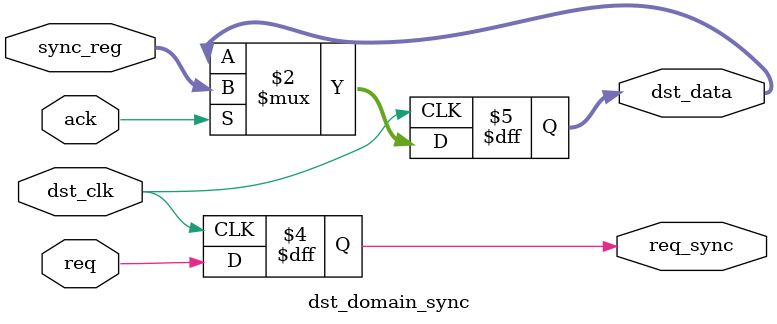
<source format=sv>
module shadow_reg_handshake #(parameter DW=32) (
    input src_clk, dst_clk,
    input req, ack,
    input [DW-1:0] src_data,
    output [DW-1:0] dst_data
);
    wire [DW-1:0] sync_reg;
    wire req_sync;
    
    // 源时钟域数据捕获子模块
    src_domain_capture #(
        .DW(DW)
    ) src_capture_inst (
        .src_clk(src_clk),
        .req(req),
        .src_data(src_data),
        .sync_reg(sync_reg)
    );
    
    // 目标时钟域数据同步子模块
    dst_domain_sync #(
        .DW(DW)
    ) dst_sync_inst (
        .dst_clk(dst_clk),
        .req(req),
        .ack(ack),
        .sync_reg(sync_reg),
        .req_sync(req_sync),
        .dst_data(dst_data)
    );
    
endmodule

// 源时钟域数据捕获子模块
module src_domain_capture #(parameter DW=32) (
    input src_clk,
    input req,
    input [DW-1:0] src_data,
    output reg [DW-1:0] sync_reg
);
    always @(posedge src_clk) begin
        if(req) sync_reg <= src_data;
    end
endmodule

// 目标时钟域数据同步子模块
module dst_domain_sync #(parameter DW=32) (
    input dst_clk,
    input req,
    input ack,
    input [DW-1:0] sync_reg,
    output reg req_sync,
    output reg [DW-1:0] dst_data
);
    always @(posedge dst_clk) begin
        req_sync <= req;
        if(ack) dst_data <= sync_reg;
    end
endmodule
</source>
